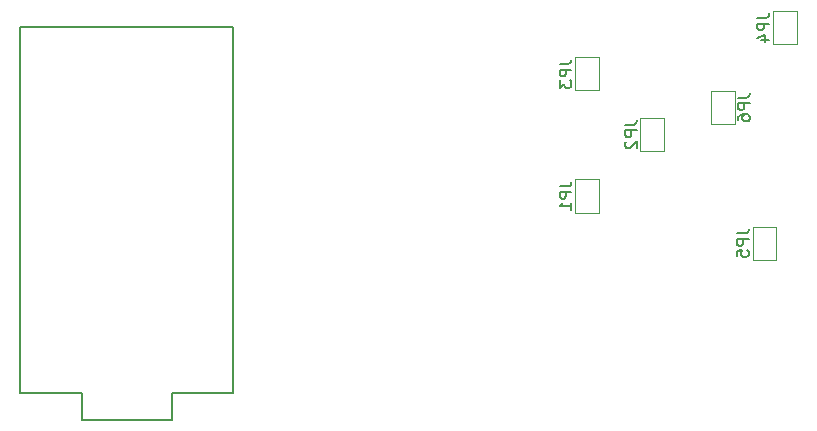
<source format=gbr>
%TF.GenerationSoftware,KiCad,Pcbnew,8.0.1-8.0.1-1~ubuntu22.04.1*%
%TF.CreationDate,2024-05-04T15:14:31+02:00*%
%TF.ProjectId,elec,656c6563-2e6b-4696-9361-645f70636258,v1*%
%TF.SameCoordinates,Original*%
%TF.FileFunction,Legend,Bot*%
%TF.FilePolarity,Positive*%
%FSLAX46Y46*%
G04 Gerber Fmt 4.6, Leading zero omitted, Abs format (unit mm)*
G04 Created by KiCad (PCBNEW 8.0.1-8.0.1-1~ubuntu22.04.1) date 2024-05-04 15:14:31*
%MOMM*%
%LPD*%
G01*
G04 APERTURE LIST*
%ADD10C,0.150000*%
%ADD11C,0.120000*%
%ADD12R,1.600000X1.600000*%
%ADD13O,1.600000X1.600000*%
%ADD14C,2.600000*%
%ADD15C,3.800000*%
%ADD16C,3.000000*%
%ADD17O,1.200000X2.000000*%
%ADD18C,1.600000*%
%ADD19R,1.500000X1.000000*%
G04 APERTURE END LIST*
D10*
X126754819Y-51016666D02*
X127469104Y-51016666D01*
X127469104Y-51016666D02*
X127611961Y-50969047D01*
X127611961Y-50969047D02*
X127707200Y-50873809D01*
X127707200Y-50873809D02*
X127754819Y-50730952D01*
X127754819Y-50730952D02*
X127754819Y-50635714D01*
X127754819Y-51492857D02*
X126754819Y-51492857D01*
X126754819Y-51492857D02*
X126754819Y-51873809D01*
X126754819Y-51873809D02*
X126802438Y-51969047D01*
X126802438Y-51969047D02*
X126850057Y-52016666D01*
X126850057Y-52016666D02*
X126945295Y-52064285D01*
X126945295Y-52064285D02*
X127088152Y-52064285D01*
X127088152Y-52064285D02*
X127183390Y-52016666D01*
X127183390Y-52016666D02*
X127231009Y-51969047D01*
X127231009Y-51969047D02*
X127278628Y-51873809D01*
X127278628Y-51873809D02*
X127278628Y-51492857D01*
X126754819Y-52921428D02*
X126754819Y-52730952D01*
X126754819Y-52730952D02*
X126802438Y-52635714D01*
X126802438Y-52635714D02*
X126850057Y-52588095D01*
X126850057Y-52588095D02*
X126992914Y-52492857D01*
X126992914Y-52492857D02*
X127183390Y-52445238D01*
X127183390Y-52445238D02*
X127564342Y-52445238D01*
X127564342Y-52445238D02*
X127659580Y-52492857D01*
X127659580Y-52492857D02*
X127707200Y-52540476D01*
X127707200Y-52540476D02*
X127754819Y-52635714D01*
X127754819Y-52635714D02*
X127754819Y-52826190D01*
X127754819Y-52826190D02*
X127707200Y-52921428D01*
X127707200Y-52921428D02*
X127659580Y-52969047D01*
X127659580Y-52969047D02*
X127564342Y-53016666D01*
X127564342Y-53016666D02*
X127326247Y-53016666D01*
X127326247Y-53016666D02*
X127231009Y-52969047D01*
X127231009Y-52969047D02*
X127183390Y-52921428D01*
X127183390Y-52921428D02*
X127135771Y-52826190D01*
X127135771Y-52826190D02*
X127135771Y-52635714D01*
X127135771Y-52635714D02*
X127183390Y-52540476D01*
X127183390Y-52540476D02*
X127231009Y-52492857D01*
X127231009Y-52492857D02*
X127326247Y-52445238D01*
X126654819Y-62516666D02*
X127369104Y-62516666D01*
X127369104Y-62516666D02*
X127511961Y-62469047D01*
X127511961Y-62469047D02*
X127607200Y-62373809D01*
X127607200Y-62373809D02*
X127654819Y-62230952D01*
X127654819Y-62230952D02*
X127654819Y-62135714D01*
X127654819Y-62992857D02*
X126654819Y-62992857D01*
X126654819Y-62992857D02*
X126654819Y-63373809D01*
X126654819Y-63373809D02*
X126702438Y-63469047D01*
X126702438Y-63469047D02*
X126750057Y-63516666D01*
X126750057Y-63516666D02*
X126845295Y-63564285D01*
X126845295Y-63564285D02*
X126988152Y-63564285D01*
X126988152Y-63564285D02*
X127083390Y-63516666D01*
X127083390Y-63516666D02*
X127131009Y-63469047D01*
X127131009Y-63469047D02*
X127178628Y-63373809D01*
X127178628Y-63373809D02*
X127178628Y-62992857D01*
X126654819Y-64469047D02*
X126654819Y-63992857D01*
X126654819Y-63992857D02*
X127131009Y-63945238D01*
X127131009Y-63945238D02*
X127083390Y-63992857D01*
X127083390Y-63992857D02*
X127035771Y-64088095D01*
X127035771Y-64088095D02*
X127035771Y-64326190D01*
X127035771Y-64326190D02*
X127083390Y-64421428D01*
X127083390Y-64421428D02*
X127131009Y-64469047D01*
X127131009Y-64469047D02*
X127226247Y-64516666D01*
X127226247Y-64516666D02*
X127464342Y-64516666D01*
X127464342Y-64516666D02*
X127559580Y-64469047D01*
X127559580Y-64469047D02*
X127607200Y-64421428D01*
X127607200Y-64421428D02*
X127654819Y-64326190D01*
X127654819Y-64326190D02*
X127654819Y-64088095D01*
X127654819Y-64088095D02*
X127607200Y-63992857D01*
X127607200Y-63992857D02*
X127559580Y-63945238D01*
X111654819Y-58516666D02*
X112369104Y-58516666D01*
X112369104Y-58516666D02*
X112511961Y-58469047D01*
X112511961Y-58469047D02*
X112607200Y-58373809D01*
X112607200Y-58373809D02*
X112654819Y-58230952D01*
X112654819Y-58230952D02*
X112654819Y-58135714D01*
X112654819Y-58992857D02*
X111654819Y-58992857D01*
X111654819Y-58992857D02*
X111654819Y-59373809D01*
X111654819Y-59373809D02*
X111702438Y-59469047D01*
X111702438Y-59469047D02*
X111750057Y-59516666D01*
X111750057Y-59516666D02*
X111845295Y-59564285D01*
X111845295Y-59564285D02*
X111988152Y-59564285D01*
X111988152Y-59564285D02*
X112083390Y-59516666D01*
X112083390Y-59516666D02*
X112131009Y-59469047D01*
X112131009Y-59469047D02*
X112178628Y-59373809D01*
X112178628Y-59373809D02*
X112178628Y-58992857D01*
X112654819Y-60516666D02*
X112654819Y-59945238D01*
X112654819Y-60230952D02*
X111654819Y-60230952D01*
X111654819Y-60230952D02*
X111797676Y-60135714D01*
X111797676Y-60135714D02*
X111892914Y-60040476D01*
X111892914Y-60040476D02*
X111940533Y-59945238D01*
X117204819Y-53316666D02*
X117919104Y-53316666D01*
X117919104Y-53316666D02*
X118061961Y-53269047D01*
X118061961Y-53269047D02*
X118157200Y-53173809D01*
X118157200Y-53173809D02*
X118204819Y-53030952D01*
X118204819Y-53030952D02*
X118204819Y-52935714D01*
X118204819Y-53792857D02*
X117204819Y-53792857D01*
X117204819Y-53792857D02*
X117204819Y-54173809D01*
X117204819Y-54173809D02*
X117252438Y-54269047D01*
X117252438Y-54269047D02*
X117300057Y-54316666D01*
X117300057Y-54316666D02*
X117395295Y-54364285D01*
X117395295Y-54364285D02*
X117538152Y-54364285D01*
X117538152Y-54364285D02*
X117633390Y-54316666D01*
X117633390Y-54316666D02*
X117681009Y-54269047D01*
X117681009Y-54269047D02*
X117728628Y-54173809D01*
X117728628Y-54173809D02*
X117728628Y-53792857D01*
X117300057Y-54745238D02*
X117252438Y-54792857D01*
X117252438Y-54792857D02*
X117204819Y-54888095D01*
X117204819Y-54888095D02*
X117204819Y-55126190D01*
X117204819Y-55126190D02*
X117252438Y-55221428D01*
X117252438Y-55221428D02*
X117300057Y-55269047D01*
X117300057Y-55269047D02*
X117395295Y-55316666D01*
X117395295Y-55316666D02*
X117490533Y-55316666D01*
X117490533Y-55316666D02*
X117633390Y-55269047D01*
X117633390Y-55269047D02*
X118204819Y-54697619D01*
X118204819Y-54697619D02*
X118204819Y-55316666D01*
X111654819Y-48171666D02*
X112369104Y-48171666D01*
X112369104Y-48171666D02*
X112511961Y-48124047D01*
X112511961Y-48124047D02*
X112607200Y-48028809D01*
X112607200Y-48028809D02*
X112654819Y-47885952D01*
X112654819Y-47885952D02*
X112654819Y-47790714D01*
X112654819Y-48647857D02*
X111654819Y-48647857D01*
X111654819Y-48647857D02*
X111654819Y-49028809D01*
X111654819Y-49028809D02*
X111702438Y-49124047D01*
X111702438Y-49124047D02*
X111750057Y-49171666D01*
X111750057Y-49171666D02*
X111845295Y-49219285D01*
X111845295Y-49219285D02*
X111988152Y-49219285D01*
X111988152Y-49219285D02*
X112083390Y-49171666D01*
X112083390Y-49171666D02*
X112131009Y-49124047D01*
X112131009Y-49124047D02*
X112178628Y-49028809D01*
X112178628Y-49028809D02*
X112178628Y-48647857D01*
X111654819Y-49552619D02*
X111654819Y-50171666D01*
X111654819Y-50171666D02*
X112035771Y-49838333D01*
X112035771Y-49838333D02*
X112035771Y-49981190D01*
X112035771Y-49981190D02*
X112083390Y-50076428D01*
X112083390Y-50076428D02*
X112131009Y-50124047D01*
X112131009Y-50124047D02*
X112226247Y-50171666D01*
X112226247Y-50171666D02*
X112464342Y-50171666D01*
X112464342Y-50171666D02*
X112559580Y-50124047D01*
X112559580Y-50124047D02*
X112607200Y-50076428D01*
X112607200Y-50076428D02*
X112654819Y-49981190D01*
X112654819Y-49981190D02*
X112654819Y-49695476D01*
X112654819Y-49695476D02*
X112607200Y-49600238D01*
X112607200Y-49600238D02*
X112559580Y-49552619D01*
X128404819Y-44266666D02*
X129119104Y-44266666D01*
X129119104Y-44266666D02*
X129261961Y-44219047D01*
X129261961Y-44219047D02*
X129357200Y-44123809D01*
X129357200Y-44123809D02*
X129404819Y-43980952D01*
X129404819Y-43980952D02*
X129404819Y-43885714D01*
X129404819Y-44742857D02*
X128404819Y-44742857D01*
X128404819Y-44742857D02*
X128404819Y-45123809D01*
X128404819Y-45123809D02*
X128452438Y-45219047D01*
X128452438Y-45219047D02*
X128500057Y-45266666D01*
X128500057Y-45266666D02*
X128595295Y-45314285D01*
X128595295Y-45314285D02*
X128738152Y-45314285D01*
X128738152Y-45314285D02*
X128833390Y-45266666D01*
X128833390Y-45266666D02*
X128881009Y-45219047D01*
X128881009Y-45219047D02*
X128928628Y-45123809D01*
X128928628Y-45123809D02*
X128928628Y-44742857D01*
X128738152Y-46171428D02*
X129404819Y-46171428D01*
X128357200Y-45933333D02*
X129071485Y-45695238D01*
X129071485Y-45695238D02*
X129071485Y-46314285D01*
%TO.C,MCU1*%
X66000000Y-45020000D02*
X84000000Y-45020000D01*
X66000000Y-76020000D02*
X66000000Y-45020000D01*
X71190000Y-76020000D02*
X66000000Y-76020000D01*
X71190000Y-78300000D02*
X71190000Y-76020000D01*
X78810000Y-76020000D02*
X78810000Y-78300000D01*
X78810000Y-78300000D02*
X71190000Y-78300000D01*
X84000000Y-45020000D02*
X84000000Y-76020000D01*
X84000000Y-76020000D02*
X78810000Y-76020000D01*
D11*
%TO.C,JP6*%
X124500000Y-50450000D02*
X126500000Y-50450000D01*
X124500000Y-53250000D02*
X124500000Y-50450000D01*
X126500000Y-50450000D02*
X126500000Y-53250000D01*
X126500000Y-53250000D02*
X124500000Y-53250000D01*
%TO.C,JP5*%
X128000000Y-61950000D02*
X130000000Y-61950000D01*
X128000000Y-64750000D02*
X128000000Y-61950000D01*
X130000000Y-61950000D02*
X130000000Y-64750000D01*
X130000000Y-64750000D02*
X128000000Y-64750000D01*
%TO.C,JP1*%
X113000000Y-57950000D02*
X115000000Y-57950000D01*
X113000000Y-60750000D02*
X113000000Y-57950000D01*
X115000000Y-57950000D02*
X115000000Y-60750000D01*
X115000000Y-60750000D02*
X113000000Y-60750000D01*
%TO.C,JP2*%
X118500000Y-52750000D02*
X120500000Y-52750000D01*
X118500000Y-55550000D02*
X118500000Y-52750000D01*
X120500000Y-52750000D02*
X120500000Y-55550000D01*
X120500000Y-55550000D02*
X118500000Y-55550000D01*
%TO.C,JP3*%
X113000000Y-47605000D02*
X115000000Y-47605000D01*
X113000000Y-50405000D02*
X113000000Y-47605000D01*
X115000000Y-47605000D02*
X115000000Y-50405000D01*
X115000000Y-50405000D02*
X113000000Y-50405000D01*
%TO.C,JP4*%
X129750000Y-43700000D02*
X131750000Y-43700000D01*
X129750000Y-46500000D02*
X129750000Y-43700000D01*
X131750000Y-43700000D02*
X131750000Y-46500000D01*
X131750000Y-46500000D02*
X129750000Y-46500000D01*
%TD*%
%LPC*%
D12*
%TO.C,U1*%
X102750000Y-44100000D03*
D13*
X102750000Y-46640000D03*
X102750000Y-49180000D03*
X102750000Y-51720000D03*
X102750000Y-54260000D03*
X102750000Y-56800000D03*
X102750000Y-59340000D03*
X102750000Y-61880000D03*
X102750000Y-64420000D03*
X102750000Y-66960000D03*
X102750000Y-69500000D03*
X102750000Y-72040000D03*
X102750000Y-74580000D03*
X102750000Y-77120000D03*
X110370000Y-77120000D03*
X110370000Y-74580000D03*
X110370000Y-72040000D03*
X110370000Y-69500000D03*
X110370000Y-66960000D03*
X110370000Y-64420000D03*
X110370000Y-61880000D03*
X110370000Y-59340000D03*
X110370000Y-56800000D03*
X110370000Y-54260000D03*
X110370000Y-51720000D03*
X110370000Y-49180000D03*
X110370000Y-46640000D03*
X110370000Y-44100000D03*
%TD*%
D14*
%TO.C,REF\u002A\u002A*%
X23000000Y-102000000D03*
D15*
X23000000Y-102000000D03*
%TD*%
D16*
%TO.C,TP3*%
X75500000Y-25250000D03*
%TD*%
%TO.C,TP1*%
X56750000Y-31250000D03*
%TD*%
%TO.C,TP5*%
X94500000Y-62750000D03*
%TD*%
D14*
%TO.C,REF\u002A\u002A*%
X23000000Y-22000000D03*
D15*
X23000000Y-22000000D03*
%TD*%
D14*
%TO.C,REF\u002A\u002A*%
X151000000Y-22000000D03*
D15*
X151000000Y-22000000D03*
%TD*%
D17*
%TO.C,J1*%
X54000000Y-96000000D03*
X57500000Y-96000000D03*
%TD*%
D14*
%TO.C,REF\u002A\u002A*%
X151000000Y-102000000D03*
D15*
X151000000Y-102000000D03*
%TD*%
D16*
%TO.C,TP2*%
X54250000Y-40000000D03*
%TD*%
D12*
%TO.C,MCU1*%
X82620000Y-74490000D03*
D18*
X82620000Y-71950000D03*
X82620000Y-69410000D03*
X82620000Y-66870000D03*
X82620000Y-64330000D03*
X82620000Y-61790000D03*
X82620000Y-59250000D03*
X82620000Y-56710000D03*
X82620000Y-54170000D03*
X82620000Y-51630000D03*
X82620000Y-49090000D03*
X82620000Y-46550000D03*
X67380000Y-46550000D03*
X67380000Y-49090000D03*
X67380000Y-51630000D03*
X67380000Y-54170000D03*
X67380000Y-56710000D03*
X67380000Y-59250000D03*
X67380000Y-61790000D03*
X67380000Y-64330000D03*
X67380000Y-66870000D03*
X67380000Y-69410000D03*
X67380000Y-71950000D03*
X67380000Y-74490000D03*
%TD*%
D16*
%TO.C,TP4*%
X92000000Y-73500000D03*
%TD*%
D19*
%TO.C,JP6*%
X125500000Y-52500000D03*
X125500000Y-51200000D03*
%TD*%
%TO.C,JP5*%
X129000000Y-62700000D03*
X129000000Y-64000000D03*
%TD*%
%TO.C,JP1*%
X114000000Y-58700000D03*
X114000000Y-60000000D03*
%TD*%
%TO.C,JP2*%
X119500000Y-54800000D03*
X119500000Y-53500000D03*
%TD*%
%TO.C,JP3*%
X114000000Y-48355000D03*
X114000000Y-49655000D03*
%TD*%
%TO.C,JP4*%
X130750000Y-44450000D03*
X130750000Y-45750000D03*
%TD*%
%LPD*%
M02*

</source>
